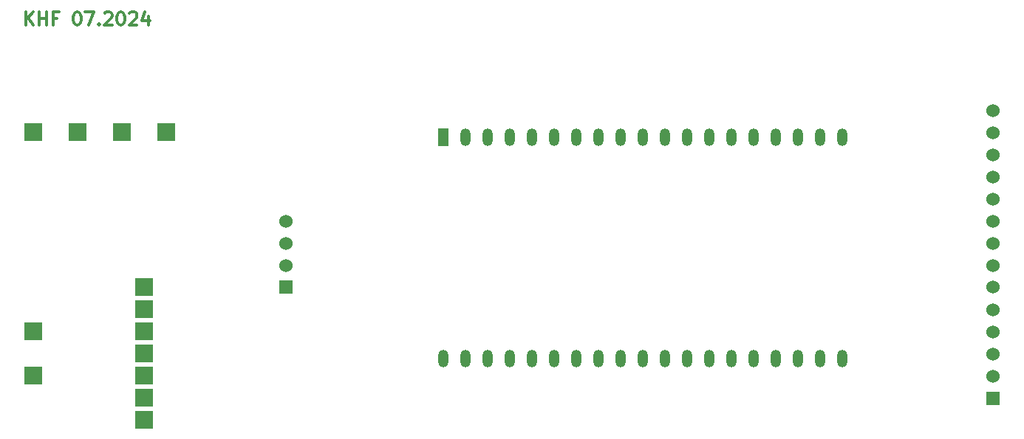
<source format=gbr>
%TF.GenerationSoftware,KiCad,Pcbnew,7.0.8*%
%TF.CreationDate,2024-07-13T09:20:10+02:00*%
%TF.ProjectId,ESP32_TFT2-8,45535033-325f-4544-9654-322d382e6b69,rev?*%
%TF.SameCoordinates,Original*%
%TF.FileFunction,Soldermask,Top*%
%TF.FilePolarity,Negative*%
%FSLAX46Y46*%
G04 Gerber Fmt 4.6, Leading zero omitted, Abs format (unit mm)*
G04 Created by KiCad (PCBNEW 7.0.8) date 2024-07-13 09:20:10*
%MOMM*%
%LPD*%
G01*
G04 APERTURE LIST*
%ADD10C,0.300000*%
%ADD11R,2.000000X2.000000*%
%ADD12R,1.524000X1.524000*%
%ADD13C,1.524000*%
%ADD14R,1.200000X2.000000*%
%ADD15O,1.200000X2.000000*%
G04 APERTURE END LIST*
D10*
X88094510Y-81710828D02*
X88094510Y-80210828D01*
X88951653Y-81710828D02*
X88308796Y-80853685D01*
X88951653Y-80210828D02*
X88094510Y-81067971D01*
X89594510Y-81710828D02*
X89594510Y-80210828D01*
X89594510Y-80925114D02*
X90451653Y-80925114D01*
X90451653Y-81710828D02*
X90451653Y-80210828D01*
X91665939Y-80925114D02*
X91165939Y-80925114D01*
X91165939Y-81710828D02*
X91165939Y-80210828D01*
X91165939Y-80210828D02*
X91880225Y-80210828D01*
X93880225Y-80210828D02*
X94023082Y-80210828D01*
X94023082Y-80210828D02*
X94165939Y-80282257D01*
X94165939Y-80282257D02*
X94237368Y-80353685D01*
X94237368Y-80353685D02*
X94308796Y-80496542D01*
X94308796Y-80496542D02*
X94380225Y-80782257D01*
X94380225Y-80782257D02*
X94380225Y-81139400D01*
X94380225Y-81139400D02*
X94308796Y-81425114D01*
X94308796Y-81425114D02*
X94237368Y-81567971D01*
X94237368Y-81567971D02*
X94165939Y-81639400D01*
X94165939Y-81639400D02*
X94023082Y-81710828D01*
X94023082Y-81710828D02*
X93880225Y-81710828D01*
X93880225Y-81710828D02*
X93737368Y-81639400D01*
X93737368Y-81639400D02*
X93665939Y-81567971D01*
X93665939Y-81567971D02*
X93594510Y-81425114D01*
X93594510Y-81425114D02*
X93523082Y-81139400D01*
X93523082Y-81139400D02*
X93523082Y-80782257D01*
X93523082Y-80782257D02*
X93594510Y-80496542D01*
X93594510Y-80496542D02*
X93665939Y-80353685D01*
X93665939Y-80353685D02*
X93737368Y-80282257D01*
X93737368Y-80282257D02*
X93880225Y-80210828D01*
X94880224Y-80210828D02*
X95880224Y-80210828D01*
X95880224Y-80210828D02*
X95237367Y-81710828D01*
X96451652Y-81567971D02*
X96523081Y-81639400D01*
X96523081Y-81639400D02*
X96451652Y-81710828D01*
X96451652Y-81710828D02*
X96380224Y-81639400D01*
X96380224Y-81639400D02*
X96451652Y-81567971D01*
X96451652Y-81567971D02*
X96451652Y-81710828D01*
X97094510Y-80353685D02*
X97165938Y-80282257D01*
X97165938Y-80282257D02*
X97308796Y-80210828D01*
X97308796Y-80210828D02*
X97665938Y-80210828D01*
X97665938Y-80210828D02*
X97808796Y-80282257D01*
X97808796Y-80282257D02*
X97880224Y-80353685D01*
X97880224Y-80353685D02*
X97951653Y-80496542D01*
X97951653Y-80496542D02*
X97951653Y-80639400D01*
X97951653Y-80639400D02*
X97880224Y-80853685D01*
X97880224Y-80853685D02*
X97023081Y-81710828D01*
X97023081Y-81710828D02*
X97951653Y-81710828D01*
X98880224Y-80210828D02*
X99023081Y-80210828D01*
X99023081Y-80210828D02*
X99165938Y-80282257D01*
X99165938Y-80282257D02*
X99237367Y-80353685D01*
X99237367Y-80353685D02*
X99308795Y-80496542D01*
X99308795Y-80496542D02*
X99380224Y-80782257D01*
X99380224Y-80782257D02*
X99380224Y-81139400D01*
X99380224Y-81139400D02*
X99308795Y-81425114D01*
X99308795Y-81425114D02*
X99237367Y-81567971D01*
X99237367Y-81567971D02*
X99165938Y-81639400D01*
X99165938Y-81639400D02*
X99023081Y-81710828D01*
X99023081Y-81710828D02*
X98880224Y-81710828D01*
X98880224Y-81710828D02*
X98737367Y-81639400D01*
X98737367Y-81639400D02*
X98665938Y-81567971D01*
X98665938Y-81567971D02*
X98594509Y-81425114D01*
X98594509Y-81425114D02*
X98523081Y-81139400D01*
X98523081Y-81139400D02*
X98523081Y-80782257D01*
X98523081Y-80782257D02*
X98594509Y-80496542D01*
X98594509Y-80496542D02*
X98665938Y-80353685D01*
X98665938Y-80353685D02*
X98737367Y-80282257D01*
X98737367Y-80282257D02*
X98880224Y-80210828D01*
X99951652Y-80353685D02*
X100023080Y-80282257D01*
X100023080Y-80282257D02*
X100165938Y-80210828D01*
X100165938Y-80210828D02*
X100523080Y-80210828D01*
X100523080Y-80210828D02*
X100665938Y-80282257D01*
X100665938Y-80282257D02*
X100737366Y-80353685D01*
X100737366Y-80353685D02*
X100808795Y-80496542D01*
X100808795Y-80496542D02*
X100808795Y-80639400D01*
X100808795Y-80639400D02*
X100737366Y-80853685D01*
X100737366Y-80853685D02*
X99880223Y-81710828D01*
X99880223Y-81710828D02*
X100808795Y-81710828D01*
X102094509Y-80710828D02*
X102094509Y-81710828D01*
X101737366Y-80139400D02*
X101380223Y-81210828D01*
X101380223Y-81210828D02*
X102308794Y-81210828D01*
D11*
%TO.C,U5*%
X99060000Y-93980000D03*
%TD*%
%TO.C,U11*%
X101600000Y-121920000D03*
%TD*%
D12*
%TO.C,U2*%
X198909600Y-124536320D03*
D13*
X198909600Y-121996320D03*
X198909600Y-119486320D03*
X198909600Y-116916320D03*
X198909600Y-114376320D03*
X198909600Y-111736320D03*
X198909600Y-109296320D03*
X198909600Y-106756320D03*
X198909600Y-104216320D03*
X198909600Y-101676320D03*
X198909600Y-99136320D03*
X198909600Y-96596320D03*
X198909600Y-94056320D03*
X198909600Y-91516320D03*
D12*
X117909600Y-111796320D03*
D13*
X117909600Y-109296320D03*
X117909600Y-106756320D03*
X117909600Y-104216320D03*
%TD*%
D11*
%TO.C,U7*%
X101600000Y-111760000D03*
%TD*%
%TO.C,U6*%
X104140000Y-93980000D03*
%TD*%
%TO.C,U14*%
X88900000Y-116840000D03*
%TD*%
%TO.C,U15*%
X88900000Y-121920000D03*
%TD*%
%TO.C,U8*%
X101600000Y-114300000D03*
%TD*%
%TO.C,U3*%
X88900000Y-93980000D03*
%TD*%
%TO.C,U4*%
X93980000Y-93980000D03*
%TD*%
%TO.C,U13*%
X101600000Y-127000000D03*
%TD*%
%TO.C,U12*%
X101600000Y-124460000D03*
%TD*%
%TO.C,U9*%
X101600000Y-116840000D03*
%TD*%
%TO.C,U10*%
X101600000Y-119380000D03*
%TD*%
D14*
%TO.C,U1*%
X135900000Y-94550000D03*
D15*
X138440000Y-94550000D03*
X140980000Y-94550000D03*
X143520000Y-94550000D03*
X146060000Y-94550000D03*
X148600000Y-94550000D03*
X151140000Y-94550000D03*
X153680000Y-94550000D03*
X156220000Y-94550000D03*
X158760000Y-94550000D03*
X161300000Y-94550000D03*
X163840000Y-94550000D03*
X166380000Y-94550000D03*
X168920000Y-94550000D03*
X171460000Y-94550000D03*
X174000000Y-94550000D03*
X176540000Y-94550000D03*
X179080000Y-94550000D03*
X181620000Y-94550000D03*
X181617280Y-119946320D03*
X179077280Y-119946320D03*
X176540000Y-119950000D03*
X174000000Y-119950000D03*
X171460000Y-119950000D03*
X168920000Y-119950000D03*
X166380000Y-119950000D03*
X163840000Y-119950000D03*
X161300000Y-119950000D03*
X158760000Y-119950000D03*
X156220000Y-119950000D03*
X153680000Y-119950000D03*
X151140000Y-119950000D03*
X148600000Y-119950000D03*
X146060000Y-119950000D03*
X143520000Y-119950000D03*
X140980000Y-119950000D03*
X138440000Y-119950000D03*
X135900000Y-119950000D03*
%TD*%
M02*

</source>
